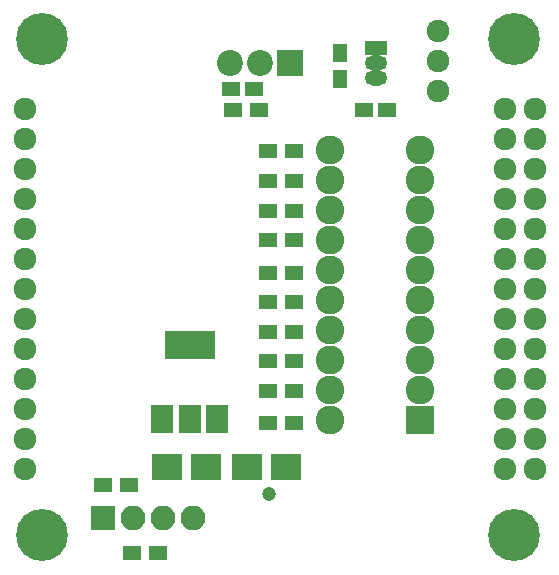
<source format=gts>
%TF.GenerationSoftware,KiCad,Pcbnew,no-vcs-found-609da9b~60~ubuntu16.04.1*%
%TF.CreationDate,2017-10-16T18:06:58+03:00*%
%TF.ProjectId,orange_pi_zero_node,6F72616E67655F70695F7A65726F5F6E,rev?*%
%TF.SameCoordinates,Original*%
%TF.FileFunction,Soldermask,Top*%
%TF.FilePolarity,Negative*%
%FSLAX46Y46*%
G04 Gerber Fmt 4.6, Leading zero omitted, Abs format (unit mm)*
G04 Created by KiCad (PCBNEW no-vcs-found-609da9b~60~ubuntu16.04.1) date Mon Oct 16 18:06:58 2017*
%MOMM*%
%LPD*%
G01*
G04 APERTURE LIST*
%ADD10C,4.400000*%
%ADD11C,1.924000*%
%ADD12C,2.432000*%
%ADD13R,2.432000X2.432000*%
%ADD14R,2.550000X2.200000*%
%ADD15R,1.600000X1.300000*%
%ADD16R,1.900000X2.400000*%
%ADD17R,4.200000X2.400000*%
%ADD18O,2.100000X2.100000*%
%ADD19R,2.100000X2.100000*%
%ADD20R,1.600000X1.150000*%
%ADD21R,1.300000X1.600000*%
%ADD22R,1.900000X1.300000*%
%ADD23O,1.900000X1.300000*%
%ADD24C,2.200000*%
%ADD25R,2.200000X2.200000*%
%ADD26C,1.200000*%
G04 APERTURE END LIST*
D10*
X156000000Y-53500000D03*
D11*
X114540000Y-59400000D03*
X114540000Y-61940000D03*
X114540000Y-64480000D03*
X114540000Y-67020000D03*
X114540000Y-69560000D03*
X114540000Y-72100000D03*
X114540000Y-74640000D03*
X114540000Y-77180000D03*
X114540000Y-79720000D03*
X114540000Y-82260000D03*
X114540000Y-84800000D03*
X114540000Y-87340000D03*
X114540000Y-89880000D03*
X157720000Y-89880000D03*
X155180000Y-89880000D03*
X157720000Y-87340000D03*
X155180000Y-87340000D03*
X157720000Y-84800000D03*
X155180000Y-84800000D03*
X157720000Y-82260000D03*
X155180000Y-82260000D03*
X157720000Y-79720000D03*
X155180000Y-79720000D03*
X157720000Y-77180000D03*
X155180000Y-77180000D03*
X157720000Y-74640000D03*
X155180000Y-74640000D03*
X157720000Y-72100000D03*
X155180000Y-72100000D03*
X157720000Y-69560000D03*
X155180000Y-69560000D03*
X157720000Y-67020000D03*
X155180000Y-67020000D03*
X157720000Y-64480000D03*
X155180000Y-64480000D03*
X157720000Y-61940000D03*
X155180000Y-61940000D03*
X157720000Y-59400000D03*
X155180000Y-59400000D03*
X149560000Y-52820000D03*
X149560000Y-55360000D03*
X149560000Y-57900000D03*
D10*
X116000000Y-53500000D03*
X116000000Y-95500000D03*
X156000000Y-95500000D03*
D12*
X140380000Y-85750000D03*
X140380000Y-83210000D03*
X140380000Y-80670000D03*
X140380000Y-78130000D03*
X148000000Y-65430000D03*
X148000000Y-62890000D03*
X140380000Y-62890000D03*
X140380000Y-65430000D03*
X148000000Y-67970000D03*
X148000000Y-70510000D03*
X148000000Y-73050000D03*
X148000000Y-75590000D03*
X140380000Y-75590000D03*
X140380000Y-73050000D03*
X140380000Y-70510000D03*
X140380000Y-67970000D03*
X148000000Y-78130000D03*
X148000000Y-80670000D03*
X148000000Y-83210000D03*
D13*
X148000000Y-85750000D03*
D14*
X136625000Y-89750000D03*
X133375000Y-89750000D03*
X129875000Y-89750000D03*
X126625000Y-89750000D03*
D15*
X137350000Y-86000000D03*
X135150000Y-86000000D03*
X135150000Y-83250000D03*
X137350000Y-83250000D03*
X137350000Y-80750000D03*
X135150000Y-80750000D03*
X135150000Y-78250000D03*
X137350000Y-78250000D03*
X137350000Y-75750000D03*
X135150000Y-75750000D03*
X135150000Y-73250000D03*
X137350000Y-73250000D03*
X137350000Y-70500000D03*
X135150000Y-70500000D03*
X135150000Y-68000000D03*
X137350000Y-68000000D03*
X137350000Y-65500000D03*
X135150000Y-65500000D03*
X135150000Y-63000000D03*
X137350000Y-63000000D03*
D16*
X126200000Y-85650000D03*
X130800000Y-85650000D03*
X128500000Y-85650000D03*
D17*
X128500000Y-79350000D03*
D18*
X128770000Y-94000000D03*
X126230000Y-94000000D03*
X123690000Y-94000000D03*
D19*
X121150000Y-94000000D03*
D15*
X123650000Y-97000000D03*
X125850000Y-97000000D03*
X123350000Y-91250000D03*
X121150000Y-91250000D03*
D20*
X143300000Y-59500000D03*
X145200000Y-59500000D03*
D21*
X141250000Y-56850000D03*
X141250000Y-54650000D03*
D22*
X144250000Y-54250000D03*
D23*
X144250000Y-56790000D03*
X144250000Y-55520000D03*
D20*
X132050000Y-57750000D03*
X133950000Y-57750000D03*
D15*
X134350000Y-59500000D03*
X132150000Y-59500000D03*
D24*
X131920000Y-55500000D03*
X134460000Y-55500000D03*
D25*
X137000000Y-55500000D03*
D26*
X135250000Y-92000000D03*
M02*

</source>
